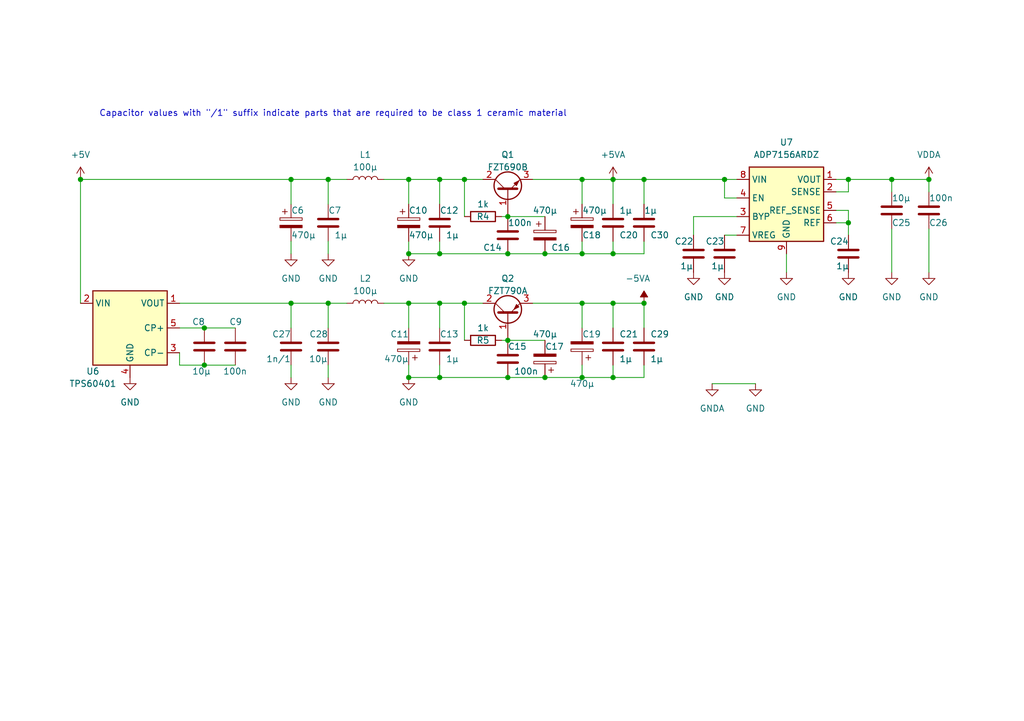
<source format=kicad_sch>
(kicad_sch (version 20230121) (generator eeschema)
  (paper "A5")
  (title_block (title "MISRC") (date "2024-01-13") (rev "0.0.6") (comment 1 "Power supply"))
  (lib_symbols
    (symbol "Device:C" (pin_numbers hide) (pin_names (offset 0.254))
      (property "Reference" "C" (at 0.635 2.54 0))
      (property "Value" "C" (at 0.635 -2.54 0))
      (symbol "C_0_1"
        (polyline (pts (xy -2.032 -0.762) (xy 2.032 -0.762)) (stroke (width 0.508)))
        (polyline (pts (xy -2.032 0.762) (xy 2.032 0.762)) (stroke (width 0.508)))
      )
      (symbol "C_1_1"
        (pin passive line (at 0 3.81 270) (length 2.794) (name "~") (number "1"))
        (pin passive line (at 0 -3.81 90) (length 2.794) (name "~") (number "2"))
      )
    )
    (symbol "Device:C_Polarized" (pin_numbers hide) (pin_names (offset 0.254))
      (property "Reference" "C" (at 0.635 2.54 0))
      (property "Value" "C_Polarized" (at 0.635 -2.54 0))
      (symbol "C_Polarized_0_1"
        (rectangle (start -2.286 0.508) (end 2.286 1.016))
        (polyline (pts (xy -1.778 2.286) (xy -0.762 2.286)))
        (polyline (pts (xy -1.27 2.794) (xy -1.27 1.778)))
        (rectangle (start 2.286 -0.508) (end -2.286 -1.016) (fill (type outline)))
      )
      (symbol "C_Polarized_1_1"
        (pin passive line (at 0 3.81 270) (length 2.794) (name "~") (number "1"))
        (pin passive line (at 0 -3.81 90) (length 2.794) (name "~") (number "2"))
      )
    )
    (symbol "Device:L" (pin_numbers hide) (pin_names (offset 1.016) hide)
      (property "Reference" "L" (at -1.27 0 90))
      (property "Value" "L" (at 1.905 0 90))
      (symbol "L_0_1"
        (arc (start 0 -2.54) (mid 0.6323 -1.905) (end 0 -1.27))
        (arc (start 0 -1.27) (mid 0.6323 -0.635) (end 0 0))
        (arc (start 0 0) (mid 0.6323 0.635) (end 0 1.27))
        (arc (start 0 1.27) (mid 0.6323 1.905) (end 0 2.54))
      )
      (symbol "L_1_1"
        (pin passive line (at 0 3.81 270) (length 1.27) (name "1") (number "1"))
        (pin passive line (at 0 -3.81 90) (length 1.27) (name "2") (number "2"))
      )
    )
    (symbol "Device:Q_NPN_BCE" (pin_names (offset 0) hide)
      (property "Reference" "Q" (at 5.08 1.27 0))
      (property "Value" "Q_NPN_BCE" (at 5.08 -1.27 0))
      (symbol "Q_NPN_BCE_0_1"
        (polyline (pts (xy 0.635 0.635) (xy 2.54 2.54)))
        (polyline (pts (xy 0.635 -0.635) (xy 2.54 -2.54) (xy 2.54 -2.54)))
        (polyline (pts (xy 0.635 1.905) (xy 0.635 -1.905) (xy 0.635 -1.905)) (stroke (width 0.508)))
        (polyline (pts (xy 1.27 -1.778) (xy 1.778 -1.27) (xy 2.286 -2.286) (xy 1.27 -1.778) (xy 1.27 -1.778)) (fill (type outline)))
        (circle (center 1.27 0) (radius 2.8194) (stroke (width 0.254)))
      )
      (symbol "Q_NPN_BCE_1_1"
        (pin input line (at -5.08 0 0) (length 5.715) (name "B") (number "1"))
        (pin passive line (at 2.54 5.08 270) (length 2.54) (name "C") (number "2"))
        (pin passive line (at 2.54 -5.08 90) (length 2.54) (name "E") (number "3"))
      )
    )
    (symbol "Device:Q_PNP_BCE" (pin_names (offset 0) hide)
      (property "Reference" "Q" (at 5.08 1.27 0))
      (property "Value" "Q_PNP_BCE" (at 5.08 -1.27 0))
      (symbol "Q_PNP_BCE_0_1"
        (polyline (pts (xy 0.635 0.635) (xy 2.54 2.54)))
        (polyline (pts (xy 0.635 -0.635) (xy 2.54 -2.54) (xy 2.54 -2.54)))
        (polyline (pts (xy 0.635 1.905) (xy 0.635 -1.905) (xy 0.635 -1.905)) (stroke (width 0.508)))
        (polyline (pts (xy 2.286 -1.778) (xy 1.778 -2.286) (xy 1.27 -1.27) (xy 2.286 -1.778) (xy 2.286 -1.778)) (fill (type outline)))
        (circle (center 1.27 0) (radius 2.8194) (stroke (width 0.254)))
      )
      (symbol "Q_PNP_BCE_1_1"
        (pin input line (at -5.08 0 0) (length 5.715) (name "B") (number "1"))
        (pin passive line (at 2.54 5.08 270) (length 2.54) (name "C") (number "2"))
        (pin passive line (at 2.54 -5.08 90) (length 2.54) (name "E") (number "3"))
      )
    )
    (symbol "Device:R" (pin_numbers hide) (pin_names (offset 0))
      (property "Reference" "R" (at 2.032 0 90))
      (property "Value" "R" (at 0 0 90))
      (symbol "R_0_1"
        (rectangle (start -1.016 -2.54) (end 1.016 2.54) (stroke (width 0.254)))
      )
      (symbol "R_1_1"
        (pin passive line (at 0 3.81 270) (length 1.27) (name "~") (number "1"))
        (pin passive line (at 0 -3.81 90) (length 1.27) (name "~") (number "2"))
      )
    )
    (symbol "adp7156:ADP7156ARDZ"
      (property "Reference" "U" (at 0 12.7 0))
      (property "Value" "ADP7156ARDZ" (at 0 8.89 0))
      (symbol "ADP7156ARDZ_0_1"
        (rectangle (start -7.62 7.62) (end 7.62 -7.62) (stroke (width 0.254)) (fill (type background)))
      )
      (symbol "ADP7156ARDZ_1_1"
        (pin power_out line (at 10.16 5.08 180) (length 2.54) (name "VOUT") (number "1"))
        (pin power_out line (at 10.16 2.54 180) (length 2.54) (name "SENSE") (number "2"))
        (pin input line (at -10.16 -2.54 0) (length 2.54) (name "BYP") (number "3"))
        (pin power_in line (at -10.16 1.27 0) (length 2.54) (name "EN") (number "4"))
        (pin input line (at 10.16 -1.27 180) (length 2.54) (name "REF_SENSE") (number "5"))
        (pin input line (at 10.16 -3.81 180) (length 2.54) (name "REF") (number "6"))
        (pin power_in line (at -10.16 -6.35 0) (length 2.54) (name "VREG") (number "7"))
        (pin power_in line (at -10.16 5.08 0) (length 2.54) (name "VIN") (number "8"))
        (pin power_in line (at 0 -10.16 90) (length 2.54) (name "GND") (number "9"))
      )
    )
    (symbol "power:+5V" (power) (pin_names (offset 0))
      (property "Value" "+5V" (at 0 3.556 0))
      (symbol "+5V_0_1"
        (polyline (pts (xy -0.762 1.27) (xy 0 2.54)))
        (polyline (pts (xy 0 0) (xy 0 2.54)))
        (polyline (pts (xy 0 2.54) (xy 0.762 1.27)))
      )
      (symbol "+5V_1_1"
        (pin power_in line (at 0 0 90) (length 0) hide (name "+5V") (number "1"))
      )
    )
    (symbol "power:+5VA" (power) (pin_names (offset 0))
      (property "Value" "+5VA" (at 0 3.556 0))
      (symbol "+5VA_0_1"
        (polyline (pts (xy -0.762 1.27) (xy 0 2.54)))
        (polyline (pts (xy 0 0) (xy 0 2.54)))
        (polyline (pts (xy 0 2.54) (xy 0.762 1.27)))
      )
      (symbol "+5VA_1_1"
        (pin power_in line (at 0 0 90) (length 0) hide (name "+5VA") (number "1"))
      )
    )
    (symbol "power:-5VA" (power) (pin_names (offset 0))
      (property "Value" "-5VA" (at 0 3.81 0))
      (symbol "-5VA_0_0"
        (pin power_in line (at 0 0 90) (length 0) hide (name "-5VA") (number "1"))
      )
      (symbol "-5VA_0_1"
        (polyline (pts (xy 0 0) (xy 0 1.27) (xy 0.762 1.27) (xy 0 2.54) (xy -0.762 1.27) (xy 0 1.27)) (fill (type outline)))
      )
    )
    (symbol "power:GND" (power) (pin_names (offset 0))
      (property "Value" "GND" (at 0 -3.81 0))
      (symbol "GND_0_1"
        (polyline (pts (xy 0 0) (xy 0 -1.27) (xy 1.27 -1.27) (xy 0 -2.54) (xy -1.27 -1.27) (xy 0 -1.27)))
      )
      (symbol "GND_1_1"
        (pin power_in line (at 0 0 270) (length 0) hide (name "GND") (number "1"))
      )
    )
    (symbol "power:GNDA" (power) (pin_names (offset 0))
      (property "Value" "GNDA" (at 0 -3.81 0))
      (symbol "GNDA_0_1"
        (polyline (pts (xy 0 0) (xy 0 -1.27) (xy 1.27 -1.27) (xy 0 -2.54) (xy -1.27 -1.27) (xy 0 -1.27)))
      )
      (symbol "GNDA_1_1"
        (pin power_in line (at 0 0 270) (length 0) hide (name "GNDA") (number "1"))
      )
    )
    (symbol "power:VDDA" (power) (pin_names (offset 0))
      (property "Value" "VDDA" (at 0 3.81 0))
      (symbol "VDDA_0_1"
        (polyline (pts (xy -0.762 1.27) (xy 0 2.54)))
        (polyline (pts (xy 0 0) (xy 0 2.54)))
        (polyline (pts (xy 0 2.54) (xy 0.762 1.27)))
      )
      (symbol "VDDA_1_1"
        (pin power_in line (at 0 0 90) (length 0) hide (name "VDDA") (number "1"))
      )
    )
    (symbol "tps6040x:TPS6040x"
      (property "Reference" "U" (at -7.62 10.16 0))
      (property "Value" "TPS6040x" (at 5.08 10.16 0))
      (symbol "TPS6040x_0_1"
        (rectangle (start -7.62 7.62) (end 7.62 -7.62) (stroke (width 0.254)) (fill (type background)))
      )
      (symbol "TPS6040x_1_1"
        (pin power_out line (at 10.16 5.08 180) (length 2.54) (name "VOUT") (number "1"))
        (pin power_in line (at -10.16 5.08 0) (length 2.54) (name "VIN") (number "2"))
        (pin passive line (at 10.16 -5.08 180) (length 2.54) (name "CP-") (number "3"))
        (pin power_in line (at 0 -10.16 90) (length 2.54) (name "GND") (number "4"))
        (pin passive line (at 10.16 0 180) (length 2.54) (name "CP+") (number "5"))
      )
    )
  )
  (junction (at 41.91 74.93))
  (junction (at 59.69 62.23))
  (junction (at 125.73 77.47))
  (junction (at 104.14 52.07))
  (junction (at 104.14 77.47))
  (junction (at 41.91 67.31))
  (junction (at 83.82 77.47))
  (junction (at 119.38 36.83))
  (junction (at 67.31 62.23))
  (junction (at 132.08 62.23))
  (junction (at 104.14 69.85))
  (junction (at 190.5 36.83))
  (junction (at 119.38 52.07))
  (junction (at 67.31 36.83))
  (junction (at 95.25 36.83))
  (junction (at 132.08 36.83))
  (junction (at 83.82 62.23))
  (junction (at 119.38 77.47))
  (junction (at 90.17 36.83))
  (junction (at 182.88 36.83))
  (junction (at 16.51 36.83))
  (junction (at 125.73 62.23))
  (junction (at 173.99 45.72))
  (junction (at 173.99 36.83))
  (junction (at 104.14 44.45))
  (junction (at 125.73 52.07))
  (junction (at 83.82 36.83))
  (junction (at 148.59 36.83))
  (junction (at 111.76 52.07))
  (junction (at 125.73 36.83))
  (junction (at 90.17 52.07))
  (junction (at 90.17 77.47))
  (junction (at 95.25 62.23))
  (junction (at 111.76 77.47))
  (junction (at 83.82 52.07))
  (junction (at 90.17 62.23))
  (junction (at 59.69 36.83))
  (junction (at 119.38 62.23))
  (wire (pts (xy 83.82 74.93) (xy 83.82 77.47)))
  (wire (pts (xy 171.45 43.18) (xy 173.99 43.18)))
  (wire (pts (xy 36.83 67.31) (xy 41.91 67.31)))
  (wire (pts (xy 83.82 77.47) (xy 90.17 77.47)))
  (wire (pts (xy 36.83 62.23) (xy 59.69 62.23)))
  (wire (pts (xy 125.73 36.83) (xy 132.08 36.83)))
  (wire (pts (xy 59.69 74.93) (xy 59.69 77.47)))
  (wire (pts (xy 90.17 36.83) (xy 90.17 41.91)))
  (wire (pts (xy 95.25 36.83) (xy 99.06 36.83)))
  (wire (pts (xy 125.73 62.23) (xy 132.08 62.23)))
  (wire (pts (xy 83.82 36.83) (xy 83.82 41.91)))
  (wire (pts (xy 119.38 77.47) (xy 125.73 77.47)))
  (wire (pts (xy 132.08 52.07) (xy 132.08 49.53)))
  (wire (pts (xy 119.38 62.23) (xy 119.38 67.31)))
  (wire (pts (xy 190.5 46.99) (xy 190.5 55.88)))
  (wire (pts (xy 78.74 62.23) (xy 83.82 62.23)))
  (wire (pts (xy 83.82 62.23) (xy 83.82 67.31)))
  (wire (pts (xy 36.83 72.39) (xy 36.83 74.93)))
  (wire (pts (xy 119.38 36.83) (xy 119.38 41.91)))
  (wire (pts (xy 111.76 77.47) (xy 119.38 77.47)))
  (wire (pts (xy 59.69 62.23) (xy 59.69 67.31)))
  (wire (pts (xy 132.08 77.47) (xy 132.08 74.93)))
  (wire (pts (xy 104.14 44.45) (xy 111.76 44.45)))
  (wire (pts (xy 125.73 52.07) (xy 125.73 49.53)))
  (wire (pts (xy 109.22 36.83) (xy 119.38 36.83)))
  (wire (pts (xy 104.14 77.47) (xy 111.76 77.47)))
  (wire (pts (xy 119.38 74.93) (xy 119.38 77.47)))
  (wire (pts (xy 16.51 36.83) (xy 59.69 36.83)))
  (wire (pts (xy 125.73 77.47) (xy 125.73 74.93)))
  (wire (pts (xy 90.17 62.23) (xy 95.25 62.23)))
  (wire (pts (xy 171.45 39.37) (xy 173.99 39.37)))
  (wire (pts (xy 148.59 36.83) (xy 151.13 36.83)))
  (wire (pts (xy 90.17 62.23) (xy 90.17 67.31)))
  (wire (pts (xy 67.31 36.83) (xy 67.31 41.91)))
  (wire (pts (xy 90.17 52.07) (xy 104.14 52.07)))
  (wire (pts (xy 67.31 49.53) (xy 67.31 52.07)))
  (wire (pts (xy 59.69 36.83) (xy 59.69 41.91)))
  (wire (pts (xy 190.5 36.83) (xy 190.5 39.37)))
  (wire (pts (xy 148.59 40.64) (xy 148.59 36.83)))
  (wire (pts (xy 119.38 52.07) (xy 125.73 52.07)))
  (wire (pts (xy 182.88 36.83) (xy 182.88 39.37)))
  (wire (pts (xy 111.76 52.07) (xy 119.38 52.07)))
  (wire (pts (xy 59.69 49.53) (xy 59.69 52.07)))
  (wire (pts (xy 142.24 44.45) (xy 142.24 48.26)))
  (wire (pts (xy 148.59 48.26) (xy 151.13 48.26)))
  (wire (pts (xy 83.82 49.53) (xy 83.82 52.07)))
  (wire (pts (xy 16.51 36.83) (xy 16.51 62.23)))
  (wire (pts (xy 132.08 36.83) (xy 148.59 36.83)))
  (wire (pts (xy 95.25 62.23) (xy 99.06 62.23)))
  (wire (pts (xy 173.99 36.83) (xy 182.88 36.83)))
  (wire (pts (xy 173.99 36.83) (xy 171.45 36.83)))
  (wire (pts (xy 182.88 36.83) (xy 190.5 36.83)))
  (wire (pts (xy 161.29 55.88) (xy 161.29 52.07)))
  (wire (pts (xy 125.73 52.07) (xy 132.08 52.07)))
  (wire (pts (xy 67.31 62.23) (xy 67.31 67.31)))
  (wire (pts (xy 132.08 36.83) (xy 132.08 41.91)))
  (wire (pts (xy 102.87 69.85) (xy 104.14 69.85)))
  (wire (pts (xy 125.73 36.83) (xy 125.73 41.91)))
  (wire (pts (xy 78.74 36.83) (xy 83.82 36.83)))
  (wire (pts (xy 95.25 62.23) (xy 95.25 69.85)))
  (wire (pts (xy 171.45 45.72) (xy 173.99 45.72)))
  (wire (pts (xy 67.31 74.93) (xy 67.31 77.47)))
  (wire (pts (xy 90.17 49.53) (xy 90.17 52.07)))
  (wire (pts (xy 151.13 44.45) (xy 142.24 44.45)))
  (wire (pts (xy 67.31 36.83) (xy 71.12 36.83)))
  (wire (pts (xy 90.17 74.93) (xy 90.17 77.47)))
  (wire (pts (xy 125.73 62.23) (xy 125.73 67.31)))
  (wire (pts (xy 95.25 44.45) (xy 95.25 36.83)))
  (wire (pts (xy 41.91 74.93) (xy 36.83 74.93)))
  (wire (pts (xy 173.99 39.37) (xy 173.99 36.83)))
  (wire (pts (xy 90.17 36.83) (xy 95.25 36.83)))
  (wire (pts (xy 119.38 36.83) (xy 125.73 36.83)))
  (wire (pts (xy 109.22 62.23) (xy 119.38 62.23)))
  (wire (pts (xy 104.14 52.07) (xy 111.76 52.07)))
  (wire (pts (xy 173.99 48.26) (xy 173.99 45.72)))
  (wire (pts (xy 59.69 62.23) (xy 67.31 62.23)))
  (wire (pts (xy 182.88 46.99) (xy 182.88 55.88)))
  (wire (pts (xy 125.73 77.47) (xy 132.08 77.47)))
  (wire (pts (xy 132.08 62.23) (xy 132.08 67.31)))
  (wire (pts (xy 102.87 44.45) (xy 104.14 44.45)))
  (wire (pts (xy 173.99 43.18) (xy 173.99 45.72)))
  (wire (pts (xy 104.14 69.85) (xy 111.76 69.85)))
  (wire (pts (xy 146.05 78.74) (xy 154.94 78.74)))
  (wire (pts (xy 83.82 52.07) (xy 90.17 52.07)))
  (wire (pts (xy 119.38 62.23) (xy 125.73 62.23)))
  (wire (pts (xy 41.91 67.31) (xy 48.26 67.31)))
  (wire (pts (xy 83.82 36.83) (xy 90.17 36.83)))
  (wire (pts (xy 67.31 36.83) (xy 59.69 36.83)))
  (wire (pts (xy 151.13 40.64) (xy 148.59 40.64)))
  (wire (pts (xy 90.17 77.47) (xy 104.14 77.47)))
  (wire (pts (xy 48.26 74.93) (xy 41.91 74.93)))
  (wire (pts (xy 83.82 62.23) (xy 90.17 62.23)))
  (wire (pts (xy 67.31 62.23) (xy 71.12 62.23)))
  (wire (pts (xy 119.38 49.53) (xy 119.38 52.07)))
  (text "Capacitor values with \"/1\" suffix indicate parts that are required to be class 1 ceramic material" (at 20.32 24.13 0) (effects (font (size 1.27 1.27)) (justify left bottom)))
  (symbol (lib_id "power:GND") (at 67.31 52.07 0) (unit 1)
    (property "Reference" "#PWR030" (effects hide))
    (property "Value" "GND" (at 67.31 57.15 0))
  )
  (symbol (lib_id "Device:C") (at 125.73 71.12 0) (unit 1)
    (property "Reference" "C21" (at 127 68.58 0) (effects (justify left)))
    (property "Value" "1µ" (at 127 73.66 0) (effects (justify left)))
    (property "Footprint" "Capacitor_SMD:C_0805_2012Metric" (effects hide))
  )
  (symbol (lib_id "Device:Q_PNP_BCE") (at 104.14 64.77 90) (unit 1)
    (property "Reference" "Q2" (at 104.14 57.15 90))
    (property "Value" "FZT790A" (at 104.14 59.69 90))
    (property "Footprint" "Package_TO_SOT_SMD:SOT-223-3_TabPin2" (effects hide))
  )
  (symbol (lib_id "Device:C_Polarized") (at 111.76 73.66 180) (unit 1)
    (property "Reference" "C17" (at 111.76 71.12 0) (effects (justify right)))
    (property "Value" "470µ" (at 109.22 68.58 0) (effects (justify right)))
    (property "Footprint" "CP_radial_flat:CP_Radial_Flat_D8.0mm_P3.50mm" (effects hide))
  )
  (symbol (lib_id "Device:L") (at 74.93 62.23 90) (unit 1)
    (property "Reference" "L2" (at 74.93 57.15 90))
    (property "Value" "100µ" (at 74.93 59.69 90))
    (property "Footprint" "Inductor_SMD:L_Bourns-SRU8043" (effects hide))
  )
  (symbol (lib_id "Device:C") (at 190.5 43.18 0) (unit 1)
    (property "Reference" "C26" (at 190.5 45.72 0) (effects (justify left)))
    (property "Value" "100n" (at 190.5 40.64 0) (effects (justify left)))
    (property "Footprint" "Capacitor_SMD:C_0805_2012Metric" (effects hide))
  )
  (symbol (lib_id "Device:C") (at 41.91 71.12 0) (unit 1)
    (property "Reference" "C8" (at 39.37 66.04 0) (effects (justify left)))
    (property "Value" "10µ" (at 39.37 76.2 0) (effects (justify left)))
    (property "Footprint" "Capacitor_SMD:C_0805_2012Metric" (effects hide))
  )
  (symbol (lib_id "Device:C") (at 148.59 52.07 180) (unit 1)
    (property "Reference" "C23" (at 148.59 49.53 0) (effects (justify left)))
    (property "Value" "1µ" (at 148.59 54.61 0) (effects (justify left)))
    (property "Footprint" "Capacitor_SMD:C_0805_2012Metric" (effects hide))
  )
  (symbol (lib_id "power:GNDA") (at 146.05 78.74 0) (unit 1)
    (property "Reference" "#PWR037" (effects hide))
    (property "Value" "GNDA" (at 146.05 83.82 0))
  )
  (symbol (lib_id "adp7156:ADP7156ARDZ") (at 161.29 41.91 0) (unit 1)
    (property "Reference" "U7" (at 161.29 29.21 0))
    (property "Value" "ADP7156ARDZ" (at 161.29 31.75 0))
    (property "Footprint" "Package_SO:SOIC-8-1EP_3.9x4.9mm_P1.27mm_EP2.29x3mm" (effects hide))
    (property "Datasheet" "https://www.analog.com/media/en/technical-documentation/data-sheets/ADP7156.pdf" (effects hide))
  )
  (symbol (lib_id "Device:C") (at 90.17 71.12 0) (unit 1)
    (property "Reference" "C13" (at 90.17 68.58 0) (effects (justify left)))
    (property "Value" "1µ" (at 91.44 73.66 0) (effects (justify left)))
    (property "Footprint" "Capacitor_SMD:C_0805_2012Metric" (effects hide))
  )
  (symbol (lib_id "Device:C") (at 90.17 45.72 0) (unit 1)
    (property "Reference" "C12" (at 90.17 43.18 0) (effects (justify left)))
    (property "Value" "1µ" (at 91.44 48.26 0) (effects (justify left)))
    (property "Footprint" "Capacitor_SMD:C_0805_2012Metric" (effects hide))
  )
  (symbol (lib_id "Device:C") (at 142.24 52.07 180) (unit 1)
    (property "Reference" "C22" (at 142.24 49.53 0) (effects (justify left)))
    (property "Value" "1µ" (at 142.24 54.61 0) (effects (justify left)))
    (property "Footprint" "Capacitor_SMD:C_0805_2012Metric" (effects hide))
  )
  (symbol (lib_id "power:GND") (at 83.82 52.07 0) (unit 1)
    (property "Reference" "#PWR031" (effects hide))
    (property "Value" "GND" (at 83.82 57.15 0))
  )
  (symbol (lib_id "Device:Q_NPN_BCE") (at 104.14 39.37 90) (unit 1)
    (property "Reference" "Q1" (at 104.14 31.75 90))
    (property "Value" "FZT690B" (at 104.14 34.29 90))
    (property "Footprint" "Package_TO_SOT_SMD:SOT-223-3_TabPin2" (effects hide))
  )
  (symbol (lib_id "power:GND") (at 161.29 55.88 0) (unit 1)
    (property "Reference" "#PWR038" (effects hide))
    (property "Value" "GND" (at 161.29 60.96 0))
  )
  (symbol (lib_id "Device:C") (at 132.08 45.72 0) (unit 1)
    (property "Reference" "C30" (at 133.35 48.26 0) (effects (justify left)))
    (property "Value" "1µ" (at 132.08 43.18 0) (effects (justify left)))
    (property "Footprint" "Capacitor_SMD:C_0805_2012Metric" (effects hide))
  )
  (symbol (lib_id "power:GND") (at 59.69 77.47 0) (unit 1)
    (property "Reference" "#PWR0239" (effects hide))
    (property "Value" "GND" (at 59.69 82.55 0))
  )
  (symbol (lib_id "Device:C") (at 173.99 52.07 0) (unit 1)
    (property "Reference" "C24" (at 170.18 49.53 0) (effects (justify left)))
    (property "Value" "1µ" (at 171.45 54.61 0) (effects (justify left)))
    (property "Footprint" "Capacitor_SMD:C_0805_2012Metric" (effects hide))
  )
  (symbol (lib_id "Device:C_Polarized") (at 83.82 71.12 180) (unit 1)
    (property "Reference" "C11" (at 80.01 68.58 0) (effects (justify right)))
    (property "Value" "470µ" (at 78.74 73.66 0) (effects (justify right)))
    (property "Footprint" "CP_radial_flat:CP_Radial_FlatB_D8.0mm_P3.50mm" (effects hide))
  )
  (symbol (lib_id "power:VDDA") (at 190.5 36.83 0) (unit 1)
    (property "Reference" "#PWR042" (effects hide))
    (property "Value" "VDDA" (at 190.5 31.75 0))
  )
  (symbol (lib_id "Device:C") (at 182.88 43.18 0) (unit 1)
    (property "Reference" "C25" (at 182.88 45.72 0) (effects (justify left)))
    (property "Value" "10µ" (at 182.88 40.64 0) (effects (justify left)))
    (property "Footprint" "Capacitor_SMD:C_0805_2012Metric" (effects hide))
  )
  (symbol (lib_id "Device:C") (at 104.14 48.26 0) (unit 1)
    (property "Reference" "C14" (at 99.06 50.8 0) (effects (justify left)))
    (property "Value" "100n" (at 104.14 45.72 0) (effects (justify left)))
    (property "Footprint" "Capacitor_SMD:C_0805_2012Metric" (effects hide))
  )
  (symbol (lib_id "power:GND") (at 154.94 78.74 0) (unit 1)
    (property "Reference" "#PWR039" (effects hide))
    (property "Value" "GND" (at 154.94 83.82 0))
  )
  (symbol (lib_id "Device:C") (at 59.69 71.12 180) (unit 1)
    (property "Reference" "C27" (at 59.69 68.58 0) (effects (justify left)))
    (property "Value" "1n/1" (at 59.69 73.66 0) (effects (justify left)))
    (property "Footprint" "Capacitor_SMD:C_0805_2012Metric" (effects hide))
  )
  (symbol (lib_id "power:+5V") (at 16.51 36.83 0) (unit 1)
    (property "Reference" "#PWR027" (effects hide))
    (property "Value" "+5V" (at 16.51 31.75 0))
  )
  (symbol (lib_id "Device:L") (at 74.93 36.83 90) (unit 1)
    (property "Reference" "L1" (at 74.93 31.75 90))
    (property "Value" "100µ" (at 74.93 34.29 90))
    (property "Footprint" "Inductor_SMD:L_Bourns-SRU8043" (effects hide))
  )
  (symbol (lib_id "power:+5VA") (at 125.73 36.83 0) (unit 1)
    (property "Reference" "#PWR033" (effects hide))
    (property "Value" "+5VA" (at 125.73 31.75 0))
  )
  (symbol (lib_id "Device:R") (at 99.06 44.45 90) (unit 1)
    (property "Reference" "R4" (at 99.06 44.45 90))
    (property "Value" "1k" (at 99.06 41.91 90))
    (property "Footprint" "Resistor_SMD:R_0805_2012Metric" (effects hide))
  )
  (symbol (lib_id "power:GND") (at 173.99 55.88 0) (unit 1)
    (property "Reference" "#PWR040" (effects hide))
    (property "Value" "GND" (at 173.99 60.96 0))
  )
  (symbol (lib_id "Device:C") (at 67.31 71.12 180) (unit 1)
    (property "Reference" "C28" (at 67.31 68.58 0) (effects (justify left)))
    (property "Value" "10µ" (at 67.31 73.66 0) (effects (justify left)))
    (property "Footprint" "Capacitor_SMD:C_0805_2012Metric" (effects hide))
  )
  (symbol (lib_id "Device:R") (at 99.06 69.85 90) (unit 1)
    (property "Reference" "R5" (at 99.06 69.85 90))
    (property "Value" "1k" (at 99.06 67.31 90))
    (property "Footprint" "Resistor_SMD:R_0805_2012Metric" (effects hide))
  )
  (symbol (lib_id "power:GND") (at 182.88 55.88 0) (unit 1)
    (property "Reference" "#PWR041" (effects hide))
    (property "Value" "GND" (at 182.88 60.96 0))
  )
  (symbol (lib_id "power:GND") (at 59.69 52.07 0) (unit 1)
    (property "Reference" "#PWR028" (effects hide))
    (property "Value" "GND" (at 59.69 57.15 0))
  )
  (symbol (lib_id "power:GND") (at 83.82 77.47 0) (unit 1)
    (property "Reference" "#PWR032" (effects hide))
    (property "Value" "GND" (at 83.82 82.55 0))
  )
  (symbol (lib_id "Device:C_Polarized") (at 119.38 71.12 180) (unit 1)
    (property "Reference" "C19" (at 119.38 68.58 0) (effects (justify right)))
    (property "Value" "470µ" (at 116.84 78.74 0) (effects (justify right)))
    (property "Footprint" "CP_radial_flat:CP_Radial_FlatB_D8.0mm_P3.50mm" (effects hide))
  )
  (symbol (lib_id "power:GND") (at 142.24 55.88 0) (unit 1)
    (property "Reference" "#PWR035" (effects hide))
    (property "Value" "GND" (at 142.24 60.96 0))
  )
  (symbol (lib_id "Device:C") (at 104.14 73.66 0) (unit 1)
    (property "Reference" "C15" (at 104.14 71.12 0) (effects (justify left)))
    (property "Value" "100n" (at 105.41 76.2 0) (effects (justify left)))
    (property "Footprint" "Capacitor_SMD:C_0805_2012Metric" (effects hide))
  )
  (symbol (lib_id "power:GND") (at 148.59 55.88 0) (unit 1)
    (property "Reference" "#PWR036" (effects hide))
    (property "Value" "GND" (at 148.59 60.96 0))
  )
  (symbol (lib_id "Device:C") (at 125.73 45.72 0) (unit 1)
    (property "Reference" "C20" (at 127 48.26 0) (effects (justify left)))
    (property "Value" "1µ" (at 127 43.18 0) (effects (justify left)))
    (property "Footprint" "Capacitor_SMD:C_0805_2012Metric" (effects hide))
  )
  (symbol (lib_id "Device:C_Polarized") (at 119.38 45.72 0) (unit 1)
    (property "Reference" "C18" (at 119.38 48.26 0) (effects (justify left)))
    (property "Value" "470µ" (at 109.22 43.18 0) (effects (justify left)))
    (property "Footprint" "CP_radial_flat:CP_Radial_Flat_D8.0mm_P3.50mm" (effects hide))
  )
  (symbol (lib_id "Device:C") (at 67.31 45.72 0) (unit 1)
    (property "Reference" "C7" (at 67.31 43.18 0) (effects (justify left)))
    (property "Value" "1µ" (at 68.58 48.26 0) (effects (justify left)))
    (property "Footprint" "Capacitor_SMD:C_0805_2012Metric" (effects hide))
  )
  (symbol (lib_id "Device:C") (at 48.26 71.12 0) (unit 1)
    (property "Reference" "C9" (at 46.99 66.04 0) (effects (justify left)))
    (property "Value" "100n" (at 45.72 76.2 0) (effects (justify left)))
    (property "Footprint" "Capacitor_SMD:C_0805_2012Metric" (effects hide))
  )
  (symbol (lib_id "Device:C") (at 132.08 71.12 0) (unit 1)
    (property "Reference" "C29" (at 133.35 68.58 0) (effects (justify left)))
    (property "Value" "1µ" (at 133.35 73.66 0) (effects (justify left)))
    (property "Footprint" "Capacitor_SMD:C_0805_2012Metric" (effects hide))
  )
  (symbol (lib_id "Device:C_Polarized") (at 83.82 45.72 0) (unit 1)
    (property "Reference" "C10" (at 83.82 43.18 0) (effects (justify left)))
    (property "Value" "470µ" (at 83.82 48.26 0) (effects (justify left)))
    (property "Footprint" "CP_radial_flat:CP_Radial_Flat_D8.0mm_P3.50mm" (effects hide))
  )
  (symbol (lib_id "Device:C_Polarized") (at 111.76 48.26 0) (unit 1)
    (property "Reference" "C16" (at 113.03 50.8 0) (effects (justify left)))
    (property "Value" "470µ" (at 119.38 43.18 0) (effects (justify left)))
    (property "Footprint" "CP_radial_flat:CP_Radial_FlatB_D8.0mm_P3.50mm" (effects hide))
  )
  (symbol (lib_id "power:GND") (at 190.5 55.88 0) (unit 1)
    (property "Reference" "#PWR043" (effects hide))
    (property "Value" "GND" (at 190.5 60.96 0))
  )
  (symbol (lib_id "power:GND") (at 26.67 77.47 0) (unit 1)
    (property "Reference" "#PWR029" (effects hide))
    (property "Value" "GND" (at 26.67 82.55 0))
  )
  (symbol (lib_id "power:-5VA") (at 132.08 62.23 0) (unit 1)
    (property "Reference" "#PWR034" (effects hide))
    (property "Value" "-5VA" (at 130.81 57.15 0))
  )
  (symbol (lib_id "tps6040x:TPS6040x") (at 26.67 67.31 0) (unit 1)
    (property "Reference" "U6" (at 19.05 76.2 0))
    (property "Value" "TPS60401" (at 19.05 78.74 0))
    (property "Footprint" "Package_TO_SOT_SMD:SOT-23-5" (effects hide))
    (property "Datasheet" "https://www.ti.com/lit/gpn/tps60401" (effects hide))
  )
  (symbol (lib_id "power:GND") (at 67.31 77.47 0) (unit 1)
    (property "Reference" "#PWR0240" (effects hide))
    (property "Value" "GND" (at 67.31 82.55 0))
  )
  (symbol (lib_id "Device:C_Polarized") (at 59.69 45.72 0) (unit 1)
    (property "Reference" "C6" (at 59.69 43.18 0) (effects (justify left)))
    (property "Value" "470µ" (at 59.69 48.26 0) (effects (justify left)))
    (property "Footprint" "CP_radial_flat:CP_Radial_FlatB_D8.0mm_P3.50mm" (effects hide))
  )
)
</source>
